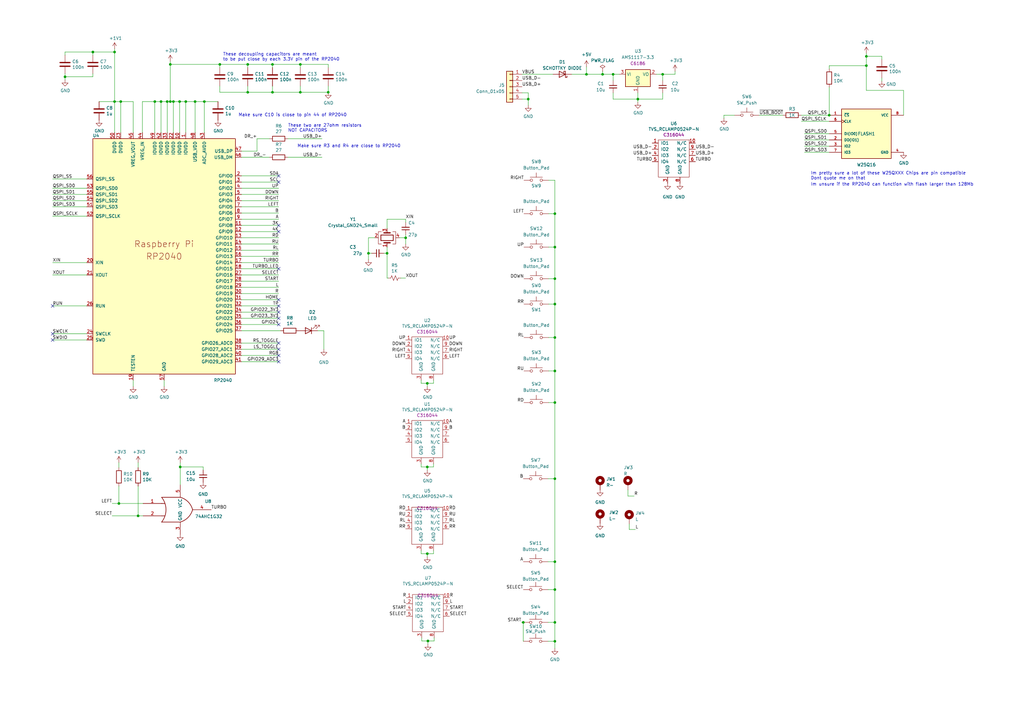
<source format=kicad_sch>
(kicad_sch (version 20230121) (generator eeschema)
  (paper "A3")
  (title_block (title "Nintendo OEM SNES controller replacement PCB") (date "2022-10-21") (rev "3") (comment 1 "http://creativecommons.org/licenses/by-sa/4.0") (comment 2 "Attribution-ShareAlike v4.0 license.") (comment 3 "This document describes Open Hardware and is licensed under the Creative Commons") (comment 4 "(c) 2022 Bob Taylor"))
  (junction (at 216.662 40.64))
  (junction (at 151.13 103.886))
  (junction (at 175.26 157.226))
  (junction (at 63.5 41.656))
  (junction (at 49.53 41.656))
  (junction (at 123.19 37.846))
  (junction (at 69.85 41.656))
  (junction (at 271.78 30.48))
  (junction (at 66.04 41.656))
  (junction (at 261.62 40.64))
  (junction (at 83.82 41.656))
  (junction (at 227.584 114.3))
  (junction (at 69.85 26.416))
  (junction (at 227.584 124.714))
  (junction (at 227.584 255.27))
  (junction (at 227.584 87.63))
  (junction (at 73.66 41.656))
  (junction (at 355.346 23.114))
  (junction (at 76.2 41.656))
  (junction (at 227.584 241.808))
  (junction (at 134.62 37.846))
  (junction (at 227.584 138.43))
  (junction (at 227.584 263.017))
  (junction (at 251.46 30.48))
  (junction (at 90.17 26.416))
  (junction (at 247.142 30.48))
  (junction (at 123.19 26.416))
  (junction (at 46.99 21.336))
  (junction (at 73.914 191.516))
  (junction (at 56.642 211.582))
  (junction (at 46.99 41.656))
  (junction (at 80.01 41.656))
  (junction (at 227.584 196.342))
  (junction (at 227.584 152.146))
  (junction (at 240.538 30.48))
  (junction (at 355.346 26.924))
  (junction (at 227.584 101.346))
  (junction (at 175.26 227.076))
  (junction (at 175.514 262.89))
  (junction (at 68.58 41.656))
  (junction (at 166.37 97.536))
  (junction (at 111.76 26.416))
  (junction (at 111.76 37.846))
  (junction (at 101.6 37.846))
  (junction (at 158.75 103.886))
  (junction (at 26.67 31.496))
  (junction (at 340.106 47.244))
  (junction (at 214.63 255.27))
  (junction (at 101.6 26.416))
  (junction (at 227.584 165.1))
  (junction (at 71.12 41.656))
  (junction (at 38.1 21.336))
  (junction (at 175.26 191.516))
  (junction (at 48.768 206.502))
  (junction (at 227.584 230.378))
  (no_connect (at 114.3 74.676))
  (no_connect (at 114.3 92.456))
  (no_connect (at 114.3 148.336))
  (no_connect (at 21.59 125.476))
  (no_connect (at 114.3 140.716))
  (no_connect (at 21.59 136.906))
  (no_connect (at 114.3 145.796))
  (no_connect (at 21.59 139.446))
  (no_connect (at 114.3 125.476))
  (no_connect (at 114.3 128.016))
  (no_connect (at 114.3 94.996))
  (no_connect (at 114.3 130.556))
  (no_connect (at 114.3 110.236))
  (no_connect (at 114.3 72.136))
  (no_connect (at 114.3 122.936))
  (no_connect (at 114.3 133.096))
  (no_connect (at 114.3 143.256))
  (wire (pts (xy 271.78 30.48) (xy 271.78 33.02)))
  (wire (pts (xy 73.914 189.738) (xy 73.914 191.516)))
  (wire (pts (xy 175.514 262.89) (xy 175.514 264.16)))
  (wire (pts (xy 54.61 41.656) (xy 49.53 41.656)))
  (wire (pts (xy 296.926 47.244) (xy 301.244 47.244)))
  (wire (pts (xy 99.06 143.256) (xy 114.3 143.256)))
  (wire (pts (xy 269.24 30.48) (xy 271.78 30.48)))
  (wire (pts (xy 340.106 28.194) (xy 340.106 26.924)))
  (wire (pts (xy 172.72 191.516) (xy 175.26 191.516)))
  (wire (pts (xy 240.538 27.432) (xy 240.538 30.48)))
  (wire (pts (xy 177.8 157.226) (xy 177.8 155.956)))
  (wire (pts (xy 227.584 165.1) (xy 227.584 196.342)))
  (wire (pts (xy 90.17 26.416) (xy 101.6 26.416)))
  (wire (pts (xy 340.106 35.814) (xy 340.106 47.244)))
  (wire (pts (xy 46.99 20.066) (xy 46.99 21.336)))
  (wire (pts (xy 134.62 27.686) (xy 134.62 26.416)))
  (wire (pts (xy 68.58 54.356) (xy 68.58 41.656)))
  (wire (pts (xy 247.142 30.48) (xy 251.46 30.48)))
  (wire (pts (xy 328.676 47.244) (xy 340.106 47.244)))
  (wire (pts (xy 99.06 135.636) (xy 115.062 135.636)))
  (wire (pts (xy 214.63 255.27) (xy 214.63 263.017)))
  (wire (pts (xy 234.442 30.48) (xy 240.538 30.48)))
  (wire (pts (xy 99.06 100.076) (xy 114.3 100.076)))
  (wire (pts (xy 99.06 97.536) (xy 114.3 97.536)))
  (wire (pts (xy 58.42 41.656) (xy 63.5 41.656)))
  (wire (pts (xy 175.26 157.226) (xy 177.8 157.226)))
  (wire (pts (xy 130.302 135.636) (xy 132.842 135.636)))
  (wire (pts (xy 158.75 89.916) (xy 166.37 89.916)))
  (wire (pts (xy 38.1 31.496) (xy 38.1 30.226)))
  (wire (pts (xy 35.56 125.476) (xy 21.59 125.476)))
  (wire (pts (xy 216.662 40.64) (xy 216.662 38.1)))
  (wire (pts (xy 224.79 263.017) (xy 227.584 263.017)))
  (wire (pts (xy 166.37 97.536) (xy 166.37 100.076)))
  (wire (pts (xy 213.868 255.27) (xy 214.63 255.27)))
  (wire (pts (xy 227.584 241.808) (xy 227.584 255.27)))
  (wire (pts (xy 99.06 115.316) (xy 114.3 115.316)))
  (wire (pts (xy 227.584 73.914) (xy 227.584 87.63)))
  (wire (pts (xy 63.5 54.356) (xy 63.5 41.656)))
  (wire (pts (xy 163.83 97.536) (xy 166.37 97.536)))
  (wire (pts (xy 216.662 38.1) (xy 214.122 38.1)))
  (wire (pts (xy 152.4 103.886) (xy 151.13 103.886)))
  (wire (pts (xy 251.46 40.64) (xy 261.62 40.64)))
  (wire (pts (xy 227.584 152.146) (xy 227.584 165.1)))
  (wire (pts (xy 21.59 107.696) (xy 35.56 107.696)))
  (wire (pts (xy 45.974 206.502) (xy 48.768 206.502)))
  (wire (pts (xy 340.106 26.924) (xy 355.346 26.924)))
  (wire (pts (xy 35.56 73.406) (xy 21.59 73.406)))
  (wire (pts (xy 257.556 203.454) (xy 260.096 203.454)))
  (wire (pts (xy 240.538 30.48) (xy 247.142 30.48)))
  (wire (pts (xy 296.926 47.244) (xy 296.926 48.514)))
  (wire (pts (xy 258.064 214.884) (xy 258.064 217.17)))
  (wire (pts (xy 172.72 227.076) (xy 175.26 227.076)))
  (wire (pts (xy 224.79 255.27) (xy 227.584 255.27)))
  (wire (pts (xy 73.914 191.516) (xy 73.914 198.882)))
  (wire (pts (xy 329.946 57.404) (xy 340.106 57.404)))
  (wire (pts (xy 99.06 61.976) (xy 105.41 61.976)))
  (wire (pts (xy 80.01 41.656) (xy 83.82 41.656)))
  (wire (pts (xy 225.044 124.714) (xy 227.584 124.714)))
  (wire (pts (xy 73.66 54.356) (xy 73.66 41.656)))
  (wire (pts (xy 58.42 54.356) (xy 58.42 41.656)))
  (wire (pts (xy 89.408 41.656) (xy 83.82 41.656)))
  (wire (pts (xy 178.054 262.89) (xy 178.054 261.62)))
  (wire (pts (xy 48.768 189.738) (xy 48.768 191.77)))
  (wire (pts (xy 35.56 136.906) (xy 21.59 136.906)))
  (wire (pts (xy 166.37 96.266) (xy 166.37 97.536)))
  (wire (pts (xy 83.312 192.786) (xy 83.312 191.516)))
  (wire (pts (xy 224.79 196.342) (xy 227.584 196.342)))
  (wire (pts (xy 90.17 35.306) (xy 90.17 37.846)))
  (wire (pts (xy 328.676 49.784) (xy 340.106 49.784)))
  (wire (pts (xy 99.06 128.016) (xy 114.3 128.016)))
  (wire (pts (xy 151.13 97.536) (xy 151.13 103.886)))
  (wire (pts (xy 99.06 122.936) (xy 114.3 122.936)))
  (wire (pts (xy 73.66 41.656) (xy 76.2 41.656)))
  (wire (pts (xy 227.584 196.342) (xy 227.584 230.378)))
  (wire (pts (xy 227.584 101.346) (xy 227.584 114.3)))
  (wire (pts (xy 99.06 72.136) (xy 114.3 72.136)))
  (wire (pts (xy 111.76 27.686) (xy 111.76 26.416)))
  (wire (pts (xy 69.85 41.656) (xy 71.12 41.656)))
  (wire (pts (xy 177.8 227.076) (xy 177.8 225.806)))
  (wire (pts (xy 111.76 35.306) (xy 111.76 37.846)))
  (wire (pts (xy 99.06 94.996) (xy 114.3 94.996)))
  (wire (pts (xy 225.044 138.43) (xy 227.584 138.43)))
  (wire (pts (xy 123.19 27.686) (xy 123.19 26.416)))
  (wire (pts (xy 35.56 112.776) (xy 21.59 112.776)))
  (wire (pts (xy 261.62 40.64) (xy 271.78 40.64)))
  (wire (pts (xy 99.06 125.476) (xy 114.3 125.476)))
  (wire (pts (xy 261.62 40.64) (xy 261.62 41.91)))
  (wire (pts (xy 175.26 227.076) (xy 177.8 227.076)))
  (wire (pts (xy 225.044 73.914) (xy 227.584 73.914)))
  (wire (pts (xy 69.85 25.146) (xy 69.85 26.416)))
  (wire (pts (xy 340.106 59.944) (xy 329.946 59.944)))
  (wire (pts (xy 158.75 103.886) (xy 158.75 114.046)))
  (wire (pts (xy 99.06 110.236) (xy 114.3 110.236)))
  (wire (pts (xy 225.044 87.63) (xy 227.584 87.63)))
  (wire (pts (xy 90.17 37.846) (xy 101.6 37.846)))
  (wire (pts (xy 172.72 191.516) (xy 172.72 190.246)))
  (wire (pts (xy 99.06 74.676) (xy 114.3 74.676)))
  (wire (pts (xy 99.06 79.756) (xy 114.3 79.756)))
  (wire (pts (xy 26.67 21.336) (xy 38.1 21.336)))
  (wire (pts (xy 99.06 133.096) (xy 114.3 133.096)))
  (wire (pts (xy 175.26 227.076) (xy 175.26 228.346)))
  (wire (pts (xy 99.06 140.716) (xy 114.3 140.716)))
  (wire (pts (xy 123.19 35.306) (xy 123.19 37.846)))
  (wire (pts (xy 48.768 206.502) (xy 58.674 206.502)))
  (wire (pts (xy 99.06 120.396) (xy 114.3 120.396)))
  (wire (pts (xy 21.59 77.216) (xy 35.56 77.216)))
  (wire (pts (xy 101.6 37.846) (xy 111.76 37.846)))
  (wire (pts (xy 63.5 41.656) (xy 66.04 41.656)))
  (wire (pts (xy 99.06 84.836) (xy 114.3 84.836)))
  (wire (pts (xy 38.1 21.336) (xy 46.99 21.336)))
  (wire (pts (xy 172.974 262.89) (xy 172.974 261.62)))
  (wire (pts (xy 99.06 82.296) (xy 114.3 82.296)))
  (wire (pts (xy 118.11 64.516) (xy 132.08 64.516)))
  (wire (pts (xy 214.122 30.48) (xy 226.822 30.48)))
  (wire (pts (xy 118.11 56.896) (xy 132.08 56.896)))
  (wire (pts (xy 164.338 114.046) (xy 166.37 114.046)))
  (wire (pts (xy 224.79 241.808) (xy 227.584 241.808)))
  (wire (pts (xy 340.106 54.864) (xy 329.946 54.864)))
  (wire (pts (xy 370.586 47.244) (xy 370.586 37.084)))
  (wire (pts (xy 177.8 191.516) (xy 177.8 190.246)))
  (wire (pts (xy 225.044 165.1) (xy 227.584 165.1)))
  (wire (pts (xy 46.99 41.656) (xy 46.99 54.356)))
  (wire (pts (xy 21.59 79.756) (xy 35.56 79.756)))
  (wire (pts (xy 99.06 107.696) (xy 114.3 107.696)))
  (wire (pts (xy 71.12 41.656) (xy 73.66 41.656)))
  (wire (pts (xy 225.044 101.346) (xy 227.584 101.346)))
  (wire (pts (xy 66.04 41.656) (xy 68.58 41.656)))
  (wire (pts (xy 227.584 87.63) (xy 227.584 101.346)))
  (wire (pts (xy 172.974 262.89) (xy 175.514 262.89)))
  (wire (pts (xy 261.62 38.1) (xy 261.62 40.64)))
  (wire (pts (xy 227.584 263.017) (xy 227.584 265.938)))
  (wire (pts (xy 67.31 155.956) (xy 67.31 158.496)))
  (wire (pts (xy 69.85 26.416) (xy 69.85 41.656)))
  (wire (pts (xy 26.67 22.606) (xy 26.67 21.336)))
  (wire (pts (xy 340.106 62.484) (xy 329.946 62.484)))
  (wire (pts (xy 157.48 103.886) (xy 158.75 103.886)))
  (wire (pts (xy 83.82 41.656) (xy 83.82 54.356)))
  (wire (pts (xy 99.06 112.776) (xy 114.3 112.776)))
  (wire (pts (xy 123.19 26.416) (xy 134.62 26.416)))
  (wire (pts (xy 69.85 26.416) (xy 90.17 26.416)))
  (wire (pts (xy 21.59 84.836) (xy 35.56 84.836)))
  (wire (pts (xy 172.72 157.226) (xy 172.72 155.956)))
  (wire (pts (xy 99.06 89.916) (xy 114.3 89.916)))
  (wire (pts (xy 227.584 138.43) (xy 227.584 152.146)))
  (wire (pts (xy 276.86 29.21) (xy 276.86 30.48)))
  (wire (pts (xy 99.06 77.216) (xy 114.3 77.216)))
  (wire (pts (xy 105.41 56.896) (xy 105.41 61.976)))
  (wire (pts (xy 99.06 130.556) (xy 114.3 130.556)))
  (wire (pts (xy 99.06 64.516) (xy 110.49 64.516)))
  (wire (pts (xy 123.19 37.846) (xy 111.76 37.846)))
  (wire (pts (xy 225.044 114.3) (xy 227.584 114.3)))
  (wire (pts (xy 56.642 199.39) (xy 56.642 211.582)))
  (wire (pts (xy 45.974 211.582) (xy 56.642 211.582)))
  (wire (pts (xy 134.62 37.846) (xy 123.19 37.846)))
  (wire (pts (xy 158.75 114.046) (xy 159.258 114.046)))
  (wire (pts (xy 175.26 157.226) (xy 175.26 158.496)))
  (wire (pts (xy 158.75 101.346) (xy 158.75 103.886)))
  (wire (pts (xy 99.06 148.336) (xy 114.3 148.336)))
  (wire (pts (xy 175.514 262.89) (xy 178.054 262.89)))
  (wire (pts (xy 48.768 199.39) (xy 48.768 206.502)))
  (wire (pts (xy 101.6 37.846) (xy 101.6 35.306)))
  (wire (pts (xy 68.58 41.656) (xy 69.85 41.656)))
  (wire (pts (xy 105.41 56.896) (xy 110.49 56.896)))
  (wire (pts (xy 134.62 35.306) (xy 134.62 37.846)))
  (wire (pts (xy 99.06 102.616) (xy 114.3 102.616)))
  (wire (pts (xy 99.06 87.376) (xy 114.3 87.376)))
  (wire (pts (xy 257.556 200.914) (xy 257.556 203.454)))
  (wire (pts (xy 38.1 22.606) (xy 38.1 21.336)))
  (wire (pts (xy 355.346 37.084) (xy 370.586 37.084)))
  (wire (pts (xy 26.67 31.496) (xy 26.67 32.766)))
  (wire (pts (xy 227.584 230.378) (xy 227.584 241.808)))
  (wire (pts (xy 158.75 89.916) (xy 158.75 93.726)))
  (wire (pts (xy 361.696 23.114) (xy 355.346 23.114)))
  (wire (pts (xy 56.642 211.582) (xy 58.674 211.582)))
  (wire (pts (xy 35.56 88.646) (xy 21.59 88.646)))
  (wire (pts (xy 35.56 139.446) (xy 21.59 139.446)))
  (wire (pts (xy 90.17 27.686) (xy 90.17 26.416)))
  (wire (pts (xy 99.06 92.456) (xy 114.3 92.456)))
  (wire (pts (xy 21.59 82.296) (xy 35.56 82.296)))
  (wire (pts (xy 311.404 47.244) (xy 321.056 47.244)))
  (wire (pts (xy 111.76 26.416) (xy 123.19 26.416)))
  (wire (pts (xy 355.346 21.844) (xy 355.346 23.114)))
  (wire (pts (xy 153.67 97.536) (xy 151.13 97.536)))
  (wire (pts (xy 26.67 31.496) (xy 38.1 31.496)))
  (wire (pts (xy 225.044 152.146) (xy 227.584 152.146)))
  (wire (pts (xy 216.662 40.64) (xy 214.122 40.64)))
  (wire (pts (xy 46.99 21.336) (xy 46.99 41.656)))
  (wire (pts (xy 151.13 103.886) (xy 151.13 106.426)))
  (wire (pts (xy 66.04 54.356) (xy 66.04 41.656)))
  (wire (pts (xy 361.696 24.384) (xy 361.696 23.114)))
  (wire (pts (xy 101.6 26.416) (xy 111.76 26.416)))
  (wire (pts (xy 172.72 157.226) (xy 175.26 157.226)))
  (wire (pts (xy 247.142 29.21) (xy 247.142 30.48)))
  (wire (pts (xy 71.12 54.356) (xy 71.12 41.656)))
  (wire (pts (xy 49.53 41.656) (xy 46.99 41.656)))
  (wire (pts (xy 355.346 26.924) (xy 355.346 37.084)))
  (wire (pts (xy 26.67 30.226) (xy 26.67 31.496)))
  (wire (pts (xy 80.01 54.356) (xy 80.01 41.656)))
  (wire (pts (xy 172.72 227.076) (xy 172.72 225.806)))
  (wire (pts (xy 56.642 189.738) (xy 56.642 191.77)))
  (wire (pts (xy 99.06 117.856) (xy 114.3 117.856)))
  (wire (pts (xy 361.696 32.004) (xy 361.696 33.274)))
  (wire (pts (xy 227.584 255.27) (xy 227.584 263.017)))
  (wire (pts (xy 258.064 217.17) (xy 260.604 217.17)))
  (wire (pts (xy 251.46 38.1) (xy 251.46 40.64)))
  (wire (pts (xy 101.6 27.686) (xy 101.6 26.416)))
  (wire (pts (xy 271.78 38.1) (xy 271.78 40.64)))
  (wire (pts (xy 271.78 30.48) (xy 276.86 30.48)))
  (wire (pts (xy 46.99 41.656) (xy 40.64 41.656)))
  (wire (pts (xy 132.842 135.636) (xy 132.842 143.256)))
  (wire (pts (xy 99.06 105.156) (xy 114.3 105.156)))
  (wire (pts (xy 99.06 145.796) (xy 114.3 145.796)))
  (wire (pts (xy 224.79 230.378) (xy 227.584 230.378)))
  (wire (pts (xy 227.584 124.714) (xy 227.584 138.43)))
  (wire (pts (xy 49.53 54.356) (xy 49.53 41.656)))
  (wire (pts (xy 175.26 191.516) (xy 175.26 192.786)))
  (wire (pts (xy 54.61 155.956) (xy 54.61 158.496)))
  (wire (pts (xy 76.2 41.656) (xy 76.2 54.356)))
  (wire (pts (xy 251.46 30.48) (xy 254 30.48)))
  (wire (pts (xy 83.312 191.516) (xy 73.914 191.516)))
  (wire (pts (xy 216.662 43.18) (xy 216.662 40.64)))
  (wire (pts (xy 54.61 54.356) (xy 54.61 41.656)))
  (wire (pts (xy 355.346 23.114) (xy 355.346 26.924)))
  (wire (pts (xy 251.46 30.48) (xy 251.46 33.02)))
  (wire (pts (xy 175.26 191.516) (xy 177.8 191.516)))
  (wire (pts (xy 227.584 114.3) (xy 227.584 124.714)))
  (wire (pts (xy 166.37 89.916) (xy 166.37 91.186)))
  (wire (pts (xy 76.2 41.656) (xy 80.01 41.656)))
  (text "https://gp2040-ce.info/#/gp2040-shortcuts\nSelect + Start + Up = HOME\nSelect + Start + Up + Plug in USB = Boot Select Mode\nStart + Plug in USB = Webconfig mode\nB + Plug in USB = Nintendo Switch\nA + Plug in USB = Xinput\nY + Plug in USB = DirectInput/PS3\nSelect + Start + Down = D-Pad mode\nSelect + Start + Left = Left analog stick\nSelect + Start + Right = Right analog stick\nLeft + Select = Turbo\nLeft + Select + Up = Turbo rate increase\nLeft + Select + Down= Turbo rate decrease" (at 16.764 362.712 0) (effects (font (size 3 3)) (justify left bottom)))
  (text "These two are 27ohm resistors \nNOT CAPACITORS" (at 118.11 54.356 0) (effects (font (size 1.27 1.27)) (justify left bottom)))
  (text "Make sure R3 and R4 are close to RP2040" (at 121.92 60.706 0) (effects (font (size 1.27 1.27)) (justify left bottom)))
  (text "Im pretty sure a lot of these W25QXXX Chips are pin compatible\nDont quote me on that" (at 332.486 73.914 0) (effects (font (size 1.27 1.27)) (justify left bottom)))
  (text "Im unsure if the RP2040 can function with flash larger than 128Mb" (at 332.486 76.454 0) (effects (font (size 1.27 1.27)) (justify left bottom)))
  (text "These decoupling capacitors are meant\nto be put close by each 3.3V pin of the RP2040" (at 91.44 25.146 0) (effects (font (size 1.27 1.27)) (justify left bottom)))
  (text "Make sure C10 is close to pin 44 of RP2040" (at 97.79 48.006 0) (effects (font (size 1.27 1.27)) (justify left bottom)))
  (label "QSPI_SD0" (at 329.946 54.864 0))
  (label "QSPI_SD1" (at 329.946 57.404 0))
  (label "START" (at 184.404 250.19 0))
  (label "GPIO24" (at 114.3 133.096 180))
  (label "TURBO" (at 86.614 209.042 0))
  (label "LEFT" (at 45.974 206.502 180))
  (label "RIGHT" (at 214.884 73.914 180))
  (label "GPIO22_3V3" (at 114.3 128.016 180))
  (label "L" (at 114.3 117.856 180))
  (label "RIGHT" (at 166.37 144.526 180))
  (label "RU" (at 184.15 211.836 0))
  (label "A" (at 114.3 89.916 180))
  (label "QSPI_SCLK" (at 21.59 88.646 0))
  (label "XOUT" (at 166.37 114.046 0))
  (label "DOWN" (at 166.37 141.986 180))
  (label "SELECT" (at 214.63 241.808 180))
  (label "SELECT" (at 114.3 112.776 180))
  (label "B" (at 214.63 196.342 180))
  (label "TURBO" (at 285.242 66.294 0))
  (label "QSPI_SD0" (at 21.59 77.216 0))
  (label "UP" (at 214.884 101.346 180))
  (label "USB_D-" (at 214.122 33.02 0))
  (label "RL" (at 166.37 214.376 180))
  (label "TURBO" (at 267.462 66.294 180))
  (label "B" (at 184.15 176.276 0))
  (label "DOWN" (at 214.884 114.3 180))
  (label "RD" (at 214.884 165.1 180))
  (label "VBUS" (at 214.122 30.48 0))
  (label "LEFT" (at 184.15 147.066 0))
  (label "SWCLK" (at 21.59 136.906 0))
  (label "START" (at 166.624 250.19 180))
  (label "RUN" (at 21.59 125.476 0))
  (label "XOUT" (at 21.59 112.776 0))
  (label "A" (at 214.63 230.378 180))
  (label "RU" (at 114.3 100.076 180))
  (label "B" (at 114.3 87.376 180))
  (label "R" (at 184.404 245.11 0))
  (label "USB_D-" (at 267.462 61.214 180))
  (label "SWDIO" (at 21.59 139.446 0))
  (label "RU" (at 214.884 152.146 180))
  (label "USB_D+" (at 267.462 63.754 180))
  (label "3K" (at 114.3 92.456 180))
  (label "DR_-" (at 109.22 64.516 180))
  (label "QSPI_SD3" (at 329.946 62.484 0))
  (label "A" (at 184.15 173.736 0))
  (label "RR" (at 184.15 216.916 0))
  (label "GPIO29_ADC3" (at 114.3 148.336 180))
  (label "QSPI_SCLK" (at 328.676 49.784 0))
  (label "RS_TOGGLE" (at 114.3 140.716 180))
  (label "~{USB_BOOT}" (at 311.404 47.244 0))
  (label "QSPI_SS" (at 331.216 47.244 0))
  (label "RU" (at 166.37 211.836 180))
  (label "R" (at 114.3 120.396 180))
  (label "RIGHT" (at 114.3 82.296 180))
  (label "SELECT" (at 166.624 252.73 180))
  (label "GPIO23_3V3" (at 114.3 130.556 180))
  (label "LEFT" (at 166.37 147.066 180))
  (label "DR_+" (at 105.41 56.896 180))
  (label "QSPI_SD2" (at 21.59 82.296 0))
  (label "SELECT" (at 184.404 252.73 0))
  (label "L" (at 184.404 247.65 0))
  (label "USB_D+" (at 285.242 63.754 0))
  (label "USB_D-" (at 132.08 64.516 180))
  (label "XIN" (at 166.37 89.916 0))
  (label "RD" (at 184.15 209.296 0))
  (label "START" (at 114.3 115.316 180))
  (label "R" (at 260.096 203.454 0))
  (label "RR" (at 166.37 216.916 180))
  (label "R" (at 166.624 245.11 180))
  (label "RR" (at 114.3 105.156 180))
  (label "B" (at 166.37 176.276 180))
  (label "RR" (at 214.884 124.714 180))
  (label "L" (at 166.624 247.65 180))
  (label "UP" (at 114.3 77.216 180))
  (label "4K" (at 114.3 94.996 180))
  (label "RD" (at 114.3 97.536 180))
  (label "SELECT" (at 45.974 211.582 180))
  (label "L" (at 260.604 217.17 0))
  (label "USB_D+" (at 132.08 56.896 180))
  (label "DOWN" (at 184.15 141.986 0))
  (label "RL" (at 214.884 138.43 180))
  (label "TURBO_LED" (at 114.3 110.236 180))
  (label "QSPI_SS" (at 21.59 73.406 0))
  (label "TURBO" (at 114.3 107.696 180))
  (label "XIN" (at 21.59 107.696 0))
  (label "RL" (at 114.3 102.616 180))
  (label "TP" (at 114.3 125.476 180))
  (label "QSPI_SD1" (at 21.59 79.756 0))
  (label "UP" (at 184.15 139.446 0))
  (label "RGB" (at 114.3 145.796 180))
  (label "LEFT" (at 114.3 84.836 180))
  (label "RL" (at 184.15 214.376 0))
  (label "A" (at 166.37 173.736 180))
  (label "QSPI_SD2" (at 329.946 59.944 0))
  (label "LEFT" (at 214.884 87.63 180))
  (label "QSPI_SD3" (at 21.59 84.836 0))
  (label "USB_D-" (at 285.242 61.214 0))
  (label "SCL" (at 114.3 74.676 180))
  (label "LS_TOGGLE" (at 114.3 143.256 180))
  (label "UP" (at 166.37 139.446 180))
  (label "RIGHT" (at 184.15 144.526 0))
  (label "HOME" (at 114.3 122.936 180))
  (label "START" (at 213.868 255.27 180))
  (label "DOWN" (at 114.3 79.756 180))
  (label "RD" (at 166.37 209.296 180))
  (label "SDA" (at 114.3 72.136 180))
  (label "USB_D+" (at 214.122 35.56 0))
  (symbol (lib_id "Video_Games:TVS_RCLAMP0524P-N-Video_Games") (at 175.26 177.546 0) (unit 1)
    (property "Reference" "U1" (at 175.26 165.735 0))
    (property "Value" "TVS_RCLAMP0524P-N" (at 175.26 168.0464 0))
    (property "Footprint" "Package_DFN_QFN:UDFN-10_1.35x2.6mm_P0.5mm" (effects hide))
    (property "Datasheet" "https://datasheet.lcsc.com/szlcsc/Bourne-Semicon-Shenzhen-RCLAMP0524P-N_C316044.pdf" (effects hide))
    (property "LCSC Part" "C316044" (at 175.26 170.3578 0))
  )
  (symbol (lib_id "power:GND") (at 175.26 228.346 0) (unit 1)
    (property "Reference" "#PWR024" (effects hide))
    (property "Value" "GND" (at 175.387 232.7402 0))
  )
  (symbol (lib_id "Device:R") (at 324.866 47.244 270) (unit 1)
    (property "Reference" "R3" (at 324.866 44.704 90))
    (property "Value" "1K" (at 324.866 47.244 90))
    (property "Footprint" "Resistor_SMD:R_0402_1005Metric" (effects hide))
    (property "LCSC Part" "C11702" (effects hide))
  )
  (symbol (lib_id "Device:D_Schottky") (at 230.632 30.48 180) (unit 1)
    (property "Reference" "D1" (at 230.632 25.4 0))
    (property "Value" "SCHOTTKY DIODE" (at 230.632 27.94 0))
    (property "Footprint" "Diode_SMD:D_0603_1608Metric" (effects hide))
    (property "LCSC Part" "C143772" (effects hide))
    (property "Sim.Device" "SPICE" (effects hide))
    (property "Sim.Params" "type=\"D\" model=\"SCHOTTKY DIODE\" lib=\"\"" (effects hide))
    (property "Sim.Pins" "1=1 2=2" (effects hide))
  )
  (symbol (lib_id "Device:C") (at 123.19 31.496 0) (unit 1)
    (property "Reference" "C13" (at 126.111 30.3276 0) (effects (justify left)))
    (property "Value" "100n" (at 126.111 32.639 0) (effects (justify left)))
    (property "Footprint" "Capacitor_SMD:C_0402_1005Metric" (effects hide))
    (property "LCSC Part" "C1525" (effects hide))
  )
  (symbol (lib_id "power:GND") (at 361.696 33.274 0) (unit 1)
    (property "Reference" "#PWR011" (effects hide))
    (property "Value" "GND" (at 365.506 34.544 0))
  )
  (symbol (lib_id "Video_Games:RP2040") (at 67.31 105.156 0) (unit 1)
    (property "Reference" "U4" (at 39.37 55.626 0))
    (property "Value" "RP2040" (at 91.44 155.956 0))
    (property "Footprint" "VideoGames_KiCad6:RP2040-QFN-56" (effects hide))
    (property "Datasheet" "https://datasheets.raspberrypi.com/pico/pico-datasheet.pdf" (effects hide))
    (property "LCSC Part" "C2040" (effects hide))
  )
  (symbol (lib_id "Device:C_Small") (at 166.37 93.726 180) (unit 1)
    (property "Reference" "C4" (at 170.18 91.44 0) (effects (justify left)))
    (property "Value" "27p" (at 171.196 96.266 0) (effects (justify left)))
    (property "Footprint" "Capacitor_SMD:C_0402_1005Metric" (effects hide))
    (property "LCSC Part" "C1557" (effects hide))
  )
  (symbol (lib_id "Device:C_Small") (at 271.78 35.56 0) (unit 1)
    (property "Reference" "C2" (at 276.86 34.29 0))
    (property "Value" "10u" (at 276.86 36.83 0))
    (property "Footprint" "Capacitor_SMD:C_0402_1005Metric" (effects hide))
    (property "LCSC Part" "C15525" (effects hide))
  )
  (symbol (lib_id "Connector_Generic:Conn_01x05") (at 209.042 35.56 0) (mirror y) (unit 1)
    (property "Reference" "J5" (at 207.01 34.925 0) (effects (justify left)))
    (property "Value" "Conn_01x05" (at 207.01 37.465 0) (effects (justify left)))
    (property "Footprint" "Connector_JST:JST_PH_S5B-PH-K_1x05_P2.00mm_Horizontal" (effects hide))
    (property "LCSC Part" "C10402" (effects hide))
  )
  (symbol (lib_id "Switch:SW_Push") (at 219.964 101.346 0) (unit 1) (in_bom no)
    (property "Reference" "SW12" (at 219.964 93.726 0))
    (property "Value" "Button_Pad" (at 219.964 96.266 0))
    (property "Footprint" "VideoGames:BTN_Controller_Dpad_0.3_0.3" (effects hide))
  )
  (symbol (lib_id "Switch:SW_Push") (at 219.964 138.43 0) (unit 1) (in_bom no)
    (property "Reference" "SW1" (at 219.964 127 0))
    (property "Value" "Button_Pad" (at 219.964 133.35 0))
    (property "Footprint" "VideoGames:BTN_Controller_Dpad_0.3_0.3" (effects hide))
  )
  (symbol (lib_id "power:GND") (at 216.662 43.18 0) (mirror y) (unit 1)
    (property "Reference" "#PWR031" (effects hide))
    (property "Value" "GND" (at 216.662 47.752 0))
  )
  (symbol (lib_id "Mechanical:MountingHole_Pad") (at 257.556 198.374 0) (unit 1) (in_bom no)
    (property "Reference" "JW3" (at 255.778 191.77 0) (effects (justify left)))
    (property "Value" "R" (at 255.778 194.31 0) (effects (justify left)))
    (property "Footprint" "MountingHole:MountingHole_1.2mm_Pad" (effects hide))
  )
  (symbol (lib_id "power:GND") (at 296.926 48.514 0) (unit 1)
    (property "Reference" "#PWR030" (effects hide))
    (property "Value" "GND" (at 297.053 52.9082 0))
  )
  (symbol (lib_id "power:GND") (at 370.586 62.484 0) (unit 1)
    (property "Reference" "#PWR012" (effects hide))
    (property "Value" "GND" (at 370.713 66.8782 0))
  )
  (symbol (lib_id "Device:R_Small_US") (at 161.798 114.046 270) (unit 1)
    (property "Reference" "R5" (at 161.798 108.839 90))
    (property "Value" "1K" (at 161.798 111.1504 90))
    (property "Footprint" "Resistor_SMD:R_0402_1005Metric" (effects hide))
    (property "LCSC Part" "C11702" (effects hide))
  )
  (symbol (lib_id "Device:Crystal_GND24") (at 158.75 97.536 90) (unit 1)
    (property "Reference" "Y1" (at 146.05 89.916 90) (effects (justify left)))
    (property "Value" "Crystal_GND24_Small" (at 154.94 92.456 90) (effects (justify left)))
    (property "Footprint" "Crystal:Crystal_SMD_SeikoEpson_TSX3225-4Pin_3.2x2.5mm" (effects hide))
    (property "LCSC Part" "C9002" (effects hide))
  )
  (symbol (lib_id "power:GND") (at 132.842 143.256 0) (unit 1)
    (property "Reference" "#PWR021" (effects hide))
    (property "Value" "GND" (at 132.842 148.59 0))
  )
  (symbol (lib_id "Device:R") (at 114.3 56.896 270) (unit 1)
    (property "Reference" "R6" (at 114.3 51.6382 90))
    (property "Value" "27" (at 114.3 53.9496 90))
    (property "Footprint" "Resistor_SMD:R_0402_1005Metric" (effects hide))
    (property "LCSC Part" "C25100" (effects hide))
  )
  (symbol (lib_id "Switch:SW_Push") (at 219.71 230.378 0) (mirror y) (unit 1) (in_bom no)
    (property "Reference" "SW11" (at 219.71 222.758 0))
    (property "Value" "Button_Pad" (at 219.71 225.298 0))
    (property "Footprint" "VideoGames:BTN_Controller_5mm_0.3_0.3" (effects hide))
  )
  (symbol (lib_id "power:GND") (at 273.812 75.184 0) (unit 1)
    (property "Reference" "#PWR029" (effects hide))
    (property "Value" "GND" (at 273.812 80.772 0))
  )
  (symbol (lib_id "power:GND") (at 134.62 37.846 0) (unit 1)
    (property "Reference" "#PWR020" (effects hide))
    (property "Value" "GND" (at 134.747 42.2402 0))
  )
  (symbol (lib_id "Switch:SW_Push") (at 219.71 255.27 0) (mirror y) (unit 1) (in_bom no)
    (property "Reference" "SW4" (at 219.71 248.92 0))
    (property "Value" "Button_Pad" (at 219.71 251.46 0))
    (property "Footprint" "VideoGames:BTN_Controller_5mm_0.3_0.3" (effects hide))
  )
  (symbol (lib_id "power:GND") (at 40.64 49.276 0) (unit 1)
    (property "Reference" "#PWR014" (effects hide))
    (property "Value" "GND" (at 40.767 53.6702 0))
  )
  (symbol (lib_id "power:GND") (at 175.26 158.496 0) (unit 1)
    (property "Reference" "#PWR0102" (effects hide))
    (property "Value" "GND" (at 175.387 162.8902 0))
  )
  (symbol (lib_id "Switch:SW_Push") (at 219.964 73.914 0) (unit 1) (in_bom no)
    (property "Reference" "SW8" (at 219.964 66.294 0))
    (property "Value" "Button_Pad" (at 219.964 68.834 0))
    (property "Footprint" "VideoGames:BTN_Controller_Dpad_0.3_0.3" (effects hide))
  )
  (symbol (lib_id "power:+3V3") (at 69.85 25.146 0) (unit 1)
    (property "Reference" "#PWR018" (effects hide))
    (property "Value" "+3V3" (at 70.231 20.7518 0))
  )
  (symbol (lib_id "power:+3V3") (at 355.346 21.844 0) (unit 1)
    (property "Reference" "#PWR09" (effects hide))
    (property "Value" "+3V3" (at 355.727 17.4498 0))
  )
  (symbol (lib_id "power:GND") (at 54.61 158.496 0) (unit 1)
    (property "Reference" "#PWR016" (effects hide))
    (property "Value" "GND" (at 54.737 162.8902 0))
  )
  (symbol (lib_id "power:+5V") (at 240.538 27.432 0) (unit 1)
    (property "Reference" "#PWR04" (effects hide))
    (property "Value" "+5V" (at 240.538 22.352 0))
  )
  (symbol (lib_id "Device:R") (at 48.768 195.58 0) (unit 1)
    (property "Reference" "R10" (at 50.546 194.4116 0) (effects (justify left)))
    (property "Value" "10K" (at 50.546 196.723 0) (effects (justify left)))
    (property "Footprint" "Resistor_SMD:R_0402_1005Metric" (effects hide))
    (property "LCSC Part" "C25744" (effects hide))
  )
  (symbol (lib_id "Video_Games:TVS_RCLAMP0524P-N-Video_Games") (at 276.352 62.484 0) (unit 1)
    (property "Reference" "U6" (at 276.352 50.673 0))
    (property "Value" "TVS_RCLAMP0524P-N" (at 276.352 52.9844 0))
    (property "Footprint" "Package_DFN_QFN:UDFN-10_1.35x2.6mm_P0.5mm" (effects hide))
    (property "Datasheet" "https://datasheet.lcsc.com/szlcsc/Bourne-Semicon-Shenzhen-RCLAMP0524P-N_C316044.pdf" (effects hide))
    (property "LCSC Part" "C316044" (at 276.352 55.2958 0))
  )
  (symbol (lib_id "power:GND") (at 278.892 75.184 0) (unit 1)
    (property "Reference" "#PWR028" (effects hide))
    (property "Value" "GND" (at 278.892 80.772 0))
  )
  (symbol (lib_id "Device:R") (at 340.106 32.004 0) (unit 1)
    (property "Reference" "R4" (at 341.884 30.8356 0) (effects (justify left)))
    (property "Value" "10K" (at 341.884 33.147 0) (effects (justify left)))
    (property "Footprint" "Resistor_SMD:R_0402_1005Metric" (effects hide))
    (property "LCSC Part" "C25744" (effects hide))
  )
  (symbol (lib_id "power:GND") (at 175.514 264.16 0) (unit 1)
    (property "Reference" "#PWR01" (effects hide))
    (property "Value" "GND" (at 175.641 268.5542 0))
  )
  (symbol (lib_id "Regulator_Linear:AMS1117-3.3") (at 261.62 30.48 0) (unit 1)
    (property "Reference" "U3" (at 261.62 20.955 0))
    (property "Value" "AMS1117-3.3" (at 261.62 23.495 0))
    (property "Footprint" "Package_TO_SOT_SMD:SOT-223-3_TabPin2" (effects hide))
    (property "Datasheet" "http://www.advanced-monolithic.com/pdf/ds1117.pdf" (effects hide))
    (property "LCSC Part" "C6186" (at 261.62 26.035 0))
  )
  (symbol (lib_id "74xGxx:74AHC1G32") (at 73.914 209.042 0) (unit 1)
    (property "Reference" "U8" (at 85.344 205.6131 0))
    (property "Value" "74AHC1G32" (at 85.598 211.836 0))
    (property "Footprint" "Package_TO_SOT_SMD:SOT-353_SC-70-5" (effects hide))
    (property "Datasheet" "http://www.ti.com/lit/sg/scyt129e/scyt129e.pdf" (effects hide))
    (property "LCSC Part" "C12489" (effects hide))
  )
  (symbol (lib_id "Switch:SW_Push") (at 219.71 241.808 0) (mirror y) (unit 1) (in_bom no)
    (property "Reference" "SW5" (at 219.71 234.95 0))
    (property "Value" "Button_Pad" (at 219.71 237.49 0))
    (property "Footprint" "VideoGames:BTN_Controller_5mm_0.3_0.3" (effects hide))
  )
  (symbol (lib_id "power:GND") (at 246.126 200.914 0) (unit 1)
    (property "Reference" "#PWR02" (effects hide))
    (property "Value" "GND" (at 246.126 205.994 0))
  )
  (symbol (lib_id "power:GND") (at 175.26 192.786 0) (unit 1)
    (property "Reference" "#PWR0108" (effects hide))
    (property "Value" "GND" (at 175.387 197.1802 0))
  )
  (symbol (lib_id "Device:LED") (at 126.492 135.636 180) (unit 1)
    (property "Reference" "D2" (at 128.0795 128.016 0))
    (property "Value" "LED" (at 128.0795 130.556 0))
    (property "Footprint" "LED_SMD:LED_0603_1608Metric" (effects hide))
    (property "LCSC Part" "C2290" (effects hide))
  )
  (symbol (lib_id "Mechanical:MountingHole_Pad") (at 246.126 198.374 0) (unit 1) (in_bom no)
    (property "Reference" "JW1" (at 248.666 196.469 0) (effects (justify left)))
    (property "Value" "R-" (at 248.666 199.009 0) (effects (justify left)))
    (property "Footprint" "MountingHole:MountingHole_1.2mm_Pad" (effects hide))
  )
  (symbol (lib_id "Device:C") (at 111.76 31.496 0) (unit 1)
    (property "Reference" "C12" (at 114.681 30.3276 0) (effects (justify left)))
    (property "Value" "100n" (at 114.681 32.639 0) (effects (justify left)))
    (property "Footprint" "Capacitor_SMD:C_0402_1005Metric" (effects hide))
    (property "LCSC Part" "C1525" (effects hide))
  )
  (symbol (lib_id "Video_Games:TVS_RCLAMP0524P-N-Video_Games") (at 175.26 213.106 0) (unit 1)
    (property "Reference" "U5" (at 175.26 201.295 0))
    (property "Value" "TVS_RCLAMP0524P-N" (at 175.26 203.6064 0))
    (property "Footprint" "Package_DFN_QFN:UDFN-10_1.35x2.6mm_P0.5mm" (effects hide))
    (property "Datasheet" "https://datasheet.lcsc.com/szlcsc/Bourne-Semicon-Shenzhen-RCLAMP0524P-N_C316044.pdf" (effects hide))
    (property "LCSC Part" "C316044" (at 175.26 208.4578 0))
  )
  (symbol (lib_id "Switch:SW_Push") (at 219.964 152.146 0) (unit 1) (in_bom no)
    (property "Reference" "SW3" (at 219.964 144.526 0))
    (property "Value" "Button_Pad" (at 219.964 147.066 0))
    (property "Footprint" "VideoGames:BTN_Controller_Dpad_0.3_0.3" (effects hide))
  )
  (symbol (lib_id "Switch:SW_Push") (at 219.71 196.342 0) (mirror y) (unit 1) (in_bom no)
    (property "Reference" "SW7" (at 219.71 188.722 0))
    (property "Value" "Button_Pad" (at 219.71 191.262 0))
    (property "Footprint" "VideoGames:BTN_Controller_5mm_0.3_0.3" (effects hide))
  )
  (symbol (lib_id "Switch:SW_Push") (at 219.964 165.1 0) (unit 1) (in_bom no)
    (property "Reference" "SW2" (at 219.964 157.48 0))
    (property "Value" "Button_Pad" (at 219.964 160.02 0))
    (property "Footprint" "VideoGames:BTN_Controller_Dpad_0.3_0.3" (effects hide))
  )
  (symbol (lib_id "Device:C_Small") (at 154.94 103.886 90) (mirror x) (unit 1)
    (property "Reference" "C3" (at 146.05 101.346 90) (effects (justify left)))
    (property "Value" "27p" (at 148.59 103.886 90) (effects (justify left)))
    (property "Footprint" "Capacitor_SMD:C_0402_1005Metric" (effects hide))
    (property "LCSC Part" "C1557" (effects hide))
  )
  (symbol (lib_id "Switch:SW_Push") (at 306.324 47.244 0) (unit 1)
    (property "Reference" "SW6" (at 306.324 39.624 0))
    (property "Value" "SW_Push" (at 306.324 42.164 0))
    (property "Footprint" "Button_Switch_SMD:SW_SPST_SKQG_WithStem" (effects hide))
    (property "LCSC Part" "C318884" (effects hide))
  )
  (symbol (lib_id "Video_Games:TVS_RCLAMP0524P-N-Video_Games") (at 175.26 143.256 0) (unit 1)
    (property "Reference" "U2" (at 175.26 131.445 0))
    (property "Value" "TVS_RCLAMP0524P-N" (at 175.26 133.7564 0))
    (property "Footprint" "Package_DFN_QFN:UDFN-10_1.35x2.6mm_P0.5mm" (effects hide))
    (property "Datasheet" "https://datasheet.lcsc.com/szlcsc/Bourne-Semicon-Shenzhen-RCLAMP0524P-N_C316044.pdf" (effects hide))
    (property "LCSC Part" "C316044" (at 175.26 136.0678 0))
  )
  (symbol (lib_id "power:+3V3") (at 276.86 29.21 0) (unit 1)
    (property "Reference" "#PWR06" (effects hide))
    (property "Value" "+3.3V" (at 277.241 24.8158 0))
  )
  (symbol (lib_id "power:+1V1") (at 46.99 20.066 0) (unit 1)
    (property "Reference" "#PWR015" (effects hide))
    (property "Value" "+1V1" (at 47.371 15.6718 0))
  )
  (symbol (lib_id "power:+3V3") (at 56.642 189.738 0) (unit 1)
    (property "Reference" "#PWR026" (effects hide))
    (property "Value" "+3.3V" (at 57.023 185.3438 0))
  )
  (symbol (lib_id "Device:R") (at 118.872 135.636 270) (unit 1)
    (property "Reference" "R8" (at 118.872 130.3782 90))
    (property "Value" "1K" (at 118.872 132.6896 90))
    (property "Footprint" "Resistor_SMD:R_0402_1005Metric" (effects hide))
    (property "LCSC Part" "C11702" (effects hide))
  )
  (symbol (lib_id "Switch:SW_Push") (at 219.71 263.017 0) (unit 1)
    (property "Reference" "SW10" (at 219.71 256.921 0))
    (property "Value" "SW_Push" (at 219.71 258.953 0))
    (property "Footprint" "Button_Switch_SMD:SW_SPST_SKQG_WithStem" (effects hide))
    (property "LCSC Part" "C318884" (effects hide))
  )
  (symbol (lib_id "power:+3V3") (at 48.768 189.738 0) (unit 1)
    (property "Reference" "#PWR027" (effects hide))
    (property "Value" "+3.3V" (at 49.149 185.3438 0))
  )
  (symbol (lib_id "Device:C_Small") (at 83.312 195.326 0) (mirror y) (unit 1)
    (property "Reference" "C15" (at 78.232 194.056 0))
    (property "Value" "10u" (at 78.232 196.596 0))
    (property "Footprint" "Capacitor_SMD:C_0402_1005Metric" (effects hide))
    (property "LCSC Part" "C15525" (effects hide))
  )
  (symbol (lib_id "Device:C") (at 26.67 26.416 0) (unit 1)
    (property "Reference" "C6" (at 29.591 25.2476 0) (effects (justify left)))
    (property "Value" "100n" (at 29.591 27.559 0) (effects (justify left)))
    (property "Footprint" "Capacitor_SMD:C_0402_1005Metric" (effects hide))
    (property "LCSC Part" "C1525" (effects hide))
  )
  (symbol (lib_id "Switch:SW_Push") (at 219.964 114.3 0) (unit 1) (in_bom no)
    (property "Reference" "SW13" (at 219.964 106.68 0))
    (property "Value" "Button_Pad" (at 219.964 109.22 0))
    (property "Footprint" "VideoGames:BTN_Controller_Dpad_0.3_0.3" (effects hide))
  )
  (symbol (lib_id "Device:C") (at 90.17 31.496 0) (unit 1)
    (property "Reference" "C9" (at 93.091 30.3276 0) (effects (justify left)))
    (property "Value" "100n" (at 93.091 32.639 0) (effects (justify left)))
    (property "Footprint" "Capacitor_SMD:C_0402_1005Metric" (effects hide))
    (property "LCSC Part" "C1525" (effects hide))
  )
  (symbol (lib_id "Video_Games:TVS_RCLAMP0524P-N-Video_Games") (at 175.514 248.92 0) (unit 1)
    (property "Reference" "U7" (at 175.514 237.109 0))
    (property "Value" "TVS_RCLAMP0524P-N" (at 175.514 239.4204 0))
    (property "Footprint" "Package_DFN_QFN:UDFN-10_1.35x2.6mm_P0.5mm" (effects hide))
    (property "Datasheet" "https://datasheet.lcsc.com/szlcsc/Bourne-Semicon-Shenzhen-RCLAMP0524P-N_C316044.pdf" (effects hide))
    (property "LCSC Part" "C316044" (at 175.514 244.2718 0))
  )
  (symbol (lib_id "Device:R") (at 114.3 64.516 270) (unit 1)
    (property "Reference" "R7" (at 114.3 59.2582 90))
    (property "Value" "27" (at 114.3 61.5696 90))
    (property "Footprint" "Resistor_SMD:R_0402_1005Metric" (effects hide))
    (property "LCSC Part" "C25100" (effects hide))
  )
  (symbol (lib_id "power:+3V3") (at 73.914 189.738 0) (unit 1)
    (property "Reference" "#PWR025" (effects hide))
    (property "Value" "+3.3V" (at 74.295 185.3438 0))
  )
  (symbol (lib_id "Video_Games:W25Q256JVEIQ_TR") (at 355.346 54.864 0) (unit 1)
    (property "Reference" "FLASH1" (at 355.346 54.864 0))
    (property "Value" "W25Q16" (at 355.346 67.564 0))
    (property "Footprint" "VideoGames:RPI_SPI_Flash_Universal_W25Q16" (effects hide))
    (property "LCSC Part" "C82317" (effects hide))
  )
  (symbol (lib_id "power:PWR_FLAG") (at 247.142 29.21 0) (mirror y) (unit 1)
    (property "Reference" "#FLG01" (effects hide))
    (property "Value" "PWR_FLAG" (at 247.142 24.8158 0))
  )
  (symbol (lib_id "power:GND") (at 26.67 32.766 0) (unit 1)
    (property "Reference" "#PWR013" (effects hide))
    (property "Value" "GND" (at 26.797 37.1602 0))
  )
  (symbol (lib_id "Device:C") (at 89.408 45.466 0) (unit 1)
    (property "Reference" "C10" (at 92.329 44.2976 0) (effects (justify left)))
    (property "Value" "1u" (at 92.329 46.609 0) (effects (justify left)))
    (property "Footprint" "Capacitor_SMD:C_0402_1005Metric" (effects hide))
    (property "LCSC Part" "C52923" (effects hide))
  )
  (symbol (lib_id "Device:C") (at 38.1 26.416 0) (unit 1)
    (property "Reference" "C7" (at 41.021 25.2476 0) (effects (justify left)))
    (property "Value" "100n" (at 41.021 27.559 0) (effects (justify left)))
    (property "Footprint" "Capacitor_SMD:C_0402_1005Metric" (effects hide))
    (property "LCSC Part" "C1525" (effects hide))
  )
  (symbol (lib_id "power:GND") (at 73.914 219.202 0) (unit 1)
    (property "Reference" "#PWR032" (effects hide))
    (property "Value" "GND" (at 73.914 224.028 0))
  )
  (symbol (lib_id "power:GND") (at 246.126 214.63 0) (unit 1)
    (property "Reference" "#PWR03" (effects hide))
    (property "Value" "GND" (at 246.126 219.71 0))
  )
  (symbol (lib_id "Mechanical:MountingHole_Pad") (at 258.064 212.344 0) (unit 1) (in_bom no)
    (property "Reference" "JW4" (at 260.604 210.439 0) (effects (justify left)))
    (property "Value" "L" (at 260.604 212.979 0) (effects (justify left)))
    (property "Footprint" "MountingHole:MountingHole_1.2mm_Pad" (effects hide))
  )
  (symbol (lib_id "power:GND") (at 151.13 106.426 0) (mirror y) (unit 1)
    (property "Reference" "#PWR08" (effects hide))
    (property "Value" "GND" (at 151.003 110.8202 0))
  )
  (symbol (lib_id "Device:C") (at 134.62 31.496 0) (unit 1)
    (property "Reference" "C14" (at 137.541 30.3276 0) (effects (justify left)))
    (property "Value" "100n" (at 137.541 32.639 0) (effects (justify left)))
    (property "Footprint" "Capacitor_SMD:C_0402_1005Metric" (effects hide))
    (property "LCSC Part" "C1525" (effects hide))
  )
  (symbol (lib_id "Device:C") (at 361.696 28.194 0) (unit 1)
    (property "Reference" "C5" (at 364.617 27.0256 0) (effects (justify left)))
    (property "Value" "100n" (at 364.617 29.337 0) (effects (justify left)))
    (property "Footprint" "Capacitor_SMD:C_0402_1005Metric" (effects hide))
    (property "LCSC Part" "C1525" (effects hide))
  )
  (symbol (lib_id "Device:C") (at 101.6 31.496 0) (unit 1)
    (property "Reference" "C11" (at 104.521 30.3276 0) (effects (justify left)))
    (property "Value" "100n" (at 104.521 32.639 0) (effects (justify left)))
    (property "Footprint" "Capacitor_SMD:C_0402_1005Metric" (effects hide))
    (property "LCSC Part" "C1525" (effects hide))
  )
  (symbol (lib_id "power:GND") (at 166.37 100.076 0) (unit 1)
    (property "Reference" "#PWR010" (effects hide))
    (property "Value" "GND" (at 166.497 104.4702 0))
  )
  (symbol (lib_id "Device:C") (at 40.64 45.466 0) (unit 1)
    (property "Reference" "C8" (at 43.561 44.2976 0) (effects (justify left)))
    (property "Value" "1u" (at 43.561 46.609 0) (effects (justify left)))
    (property "Footprint" "Capacitor_SMD:C_0402_1005Metric" (effects hide))
    (property "LCSC Part" "C52923" (effects hide))
  )
  (symbol (lib_id "Switch:SW_Push") (at 219.964 124.714 0) (unit 1) (in_bom no)
    (property "Reference" "SW0" (at 219.964 117.094 0))
    (property "Value" "Button_Pad" (at 219.964 119.634 0))
    (property "Footprint" "VideoGames:BTN_Controller_Dpad_0.3_0.3" (effects hide))
  )
  (symbol (lib_id "power:GND") (at 89.408 49.276 0) (unit 1)
    (property "Reference" "#PWR019" (effects hide))
    (property "Value" "GND" (at 89.535 53.6702 0))
  )
  (symbol (lib_id "Device:C_Small") (at 251.46 35.56 0) (mirror y) (unit 1)
    (property "Reference" "C1" (at 246.38 34.29 0))
    (property "Value" "10u" (at 246.38 36.83 0))
    (property "Footprint" "Capacitor_SMD:C_0402_1005Metric" (effects hide))
    (property "LCSC Part" "C15525" (effects hide))
  )
  (symbol (lib_id "Switch:SW_Push") (at 219.964 87.63 0) (unit 1) (in_bom no)
    (property "Reference" "SW9" (at 219.964 76.2 0))
    (property "Value" "Button_Pad" (at 219.964 82.55 0))
    (property "Footprint" "VideoGames:BTN_Controller_Dpad_0.3_0.3" (effects hide))
  )
  (symbol (lib_id "power:GND") (at 227.584 265.938 0) (unit 1)
    (property "Reference" "#PWR0103" (effects hide))
    (property "Value" "GND" (at 227.584 270.51 0))
  )
  (symbol (lib_id "power:GND") (at 67.31 158.496 0) (unit 1)
    (property "Reference" "#PWR017" (effects hide))
    (property "Value" "GND" (at 67.437 162.8902 0))
  )
  (symbol (lib_id "Device:R") (at 56.642 195.58 0) (unit 1)
    (property "Reference" "R9" (at 58.42 194.4116 0) (effects (justify left)))
    (property "Value" "10K" (at 58.42 196.723 0) (effects (justify left)))
    (property "Footprint" "Resistor_SMD:R_0402_1005Metric" (effects hide))
    (property "LCSC Part" "C25744" (effects hide))
  )
  (symbol (lib_id "power:GND") (at 83.312 197.866 0) (unit 1)
    (property "Reference" "#PWR07" (effects hide))
    (property "Value" "GND" (at 83.312 202.692 0))
  )
  (symbol (lib_id "Mechanical:MountingHole_Pad") (at 246.126 212.09 0) (unit 1) (in_bom no)
    (property "Reference" "JW2" (at 249.809 210.185 0) (effects (justify left)))
    (property "Value" "L-" (at 249.809 212.725 0) (effects (justify left)))
    (property "Footprint" "MountingHole:MountingHole_1.2mm_Pad" (effects hide))
  )
  (symbol (lib_id "power:GND") (at 261.62 41.91 0) (unit 1)
    (property "Reference" "#PWR05" (effects hide))
    (property "Value" "GND" (at 261.747 46.3042 0))
  )
)
</source>
